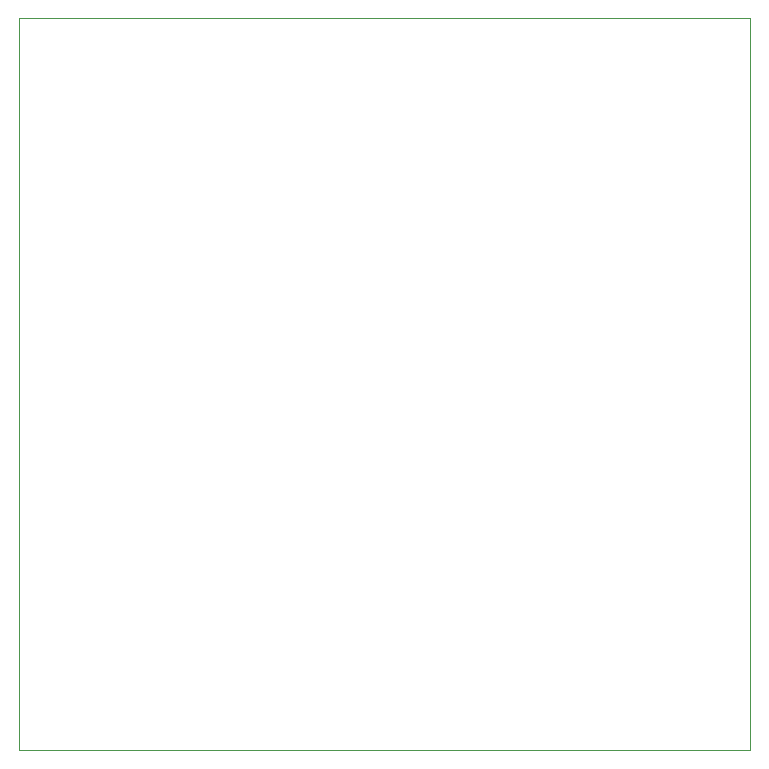
<source format=gbr>
%TF.GenerationSoftware,KiCad,Pcbnew,9.0.2*%
%TF.CreationDate,2025-07-08T20:10:04-07:00*%
%TF.ProjectId,Hackpad,4861636b-7061-4642-9e6b-696361645f70,rev?*%
%TF.SameCoordinates,Original*%
%TF.FileFunction,Profile,NP*%
%FSLAX46Y46*%
G04 Gerber Fmt 4.6, Leading zero omitted, Abs format (unit mm)*
G04 Created by KiCad (PCBNEW 9.0.2) date 2025-07-08 20:10:04*
%MOMM*%
%LPD*%
G01*
G04 APERTURE LIST*
%TA.AperFunction,Profile*%
%ADD10C,0.050000*%
%TD*%
G04 APERTURE END LIST*
D10*
X131000000Y-84700000D02*
X192937500Y-84700000D01*
X192937500Y-146700000D01*
X131000000Y-146700000D01*
X131000000Y-84700000D01*
M02*

</source>
